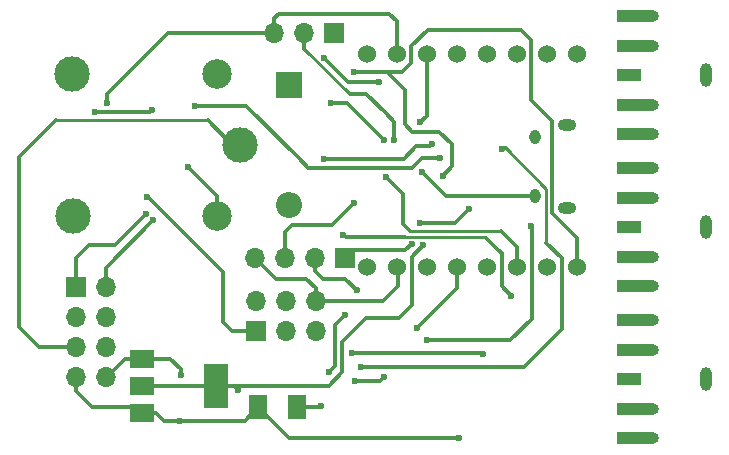
<source format=gbr>
G04 #@! TF.FileFunction,Copper,L2,Bot,Signal*
%FSLAX46Y46*%
G04 Gerber Fmt 4.6, Leading zero omitted, Abs format (unit mm)*
G04 Created by KiCad (PCBNEW 4.0.6) date 08/24/17 17:14:55*
%MOMM*%
%LPD*%
G01*
G04 APERTURE LIST*
%ADD10C,0.100000*%
%ADD11C,1.524000*%
%ADD12R,2.000000X3.800000*%
%ADD13R,2.000000X1.500000*%
%ADD14O,0.950000X1.250000*%
%ADD15O,1.550000X1.000000*%
%ADD16R,1.524000X2.032000*%
%ADD17R,1.700000X1.700000*%
%ADD18O,1.700000X1.700000*%
%ADD19R,2.200000X2.200000*%
%ADD20O,2.200000X2.200000*%
%ADD21C,2.500000*%
%ADD22C,3.000000*%
%ADD23R,2.000000X1.000000*%
%ADD24O,2.000000X1.000000*%
%ADD25O,1.000000X2.000000*%
%ADD26C,0.600000*%
%ADD27C,0.350000*%
%ADD28C,0.250000*%
G04 APERTURE END LIST*
D10*
D11*
X169960000Y-121080000D03*
X167420000Y-121080000D03*
X164880000Y-121080000D03*
X162340000Y-121080000D03*
X159800000Y-121080000D03*
X157260000Y-121080000D03*
X154720000Y-121080000D03*
X152180000Y-121080000D03*
X152180000Y-103080000D03*
X154720000Y-103080000D03*
X157260000Y-103080000D03*
X159800000Y-103080000D03*
X162340000Y-103080000D03*
X164880000Y-103080000D03*
X167420000Y-103080000D03*
X169960000Y-103080000D03*
D12*
X139430000Y-131150000D03*
D13*
X133130000Y-131150000D03*
X133130000Y-128850000D03*
X133130000Y-133450000D03*
D14*
X166410000Y-115090000D03*
X166410000Y-110090000D03*
D15*
X169110000Y-116090000D03*
X169110000Y-109090000D03*
D16*
X146311000Y-132990000D03*
X143009000Y-132990000D03*
D17*
X142770000Y-126550000D03*
D18*
X142770000Y-124010000D03*
X145310000Y-126550000D03*
X145310000Y-124010000D03*
X147850000Y-126550000D03*
X147850000Y-124010000D03*
D17*
X127550000Y-122780000D03*
D18*
X130090000Y-122780000D03*
X127550000Y-125320000D03*
X130090000Y-125320000D03*
X127550000Y-127860000D03*
X130090000Y-127860000D03*
X127550000Y-130400000D03*
X130090000Y-130400000D03*
D19*
X145620000Y-105650000D03*
D20*
X145620000Y-115810000D03*
D21*
X139470000Y-116800000D03*
D22*
X127270000Y-116800000D03*
X127220000Y-104750000D03*
D21*
X139470000Y-104800000D03*
D22*
X141420000Y-110750000D03*
D17*
X149440000Y-101320000D03*
D18*
X146900000Y-101320000D03*
X144360000Y-101320000D03*
D17*
X150350000Y-120340000D03*
D18*
X147810000Y-120340000D03*
X145270000Y-120340000D03*
X142730000Y-120340000D03*
D23*
X174400000Y-130600000D03*
X174400000Y-125600000D03*
X174400000Y-128100000D03*
X174400000Y-133100000D03*
D24*
X175900000Y-125600000D03*
X175900000Y-128100000D03*
X175900000Y-133100000D03*
X175900000Y-135600000D03*
D25*
X180900000Y-130600000D03*
D23*
X174400000Y-135600000D03*
X174400000Y-104870000D03*
X174400000Y-99870000D03*
X174400000Y-102370000D03*
X174400000Y-107370000D03*
D24*
X175900000Y-99870000D03*
X175900000Y-102370000D03*
X175900000Y-107370000D03*
X175900000Y-109870000D03*
D25*
X180900000Y-104870000D03*
D23*
X174400000Y-109870000D03*
X174390000Y-117740000D03*
X174390000Y-112740000D03*
X174390000Y-115240000D03*
X174390000Y-120240000D03*
D24*
X175890000Y-112740000D03*
X175890000Y-115240000D03*
X175890000Y-120240000D03*
X175890000Y-122740000D03*
D25*
X180890000Y-117740000D03*
D23*
X174390000Y-122740000D03*
D26*
X156980000Y-119240000D03*
X141240000Y-131490000D03*
X130210000Y-107250000D03*
X156840000Y-113040000D03*
X160000000Y-135570000D03*
X136360000Y-134120000D03*
X136410000Y-130280000D03*
X158590000Y-113360000D03*
X149010000Y-129950000D03*
X150320000Y-125140000D03*
X156720000Y-117400000D03*
X151070000Y-104600000D03*
X155980000Y-119150000D03*
X160840000Y-116210000D03*
X148330000Y-132890000D03*
X133600000Y-115150000D03*
X149140000Y-107230000D03*
X153640000Y-110350000D03*
X148540000Y-111930000D03*
X157700000Y-110700000D03*
X166070000Y-117650000D03*
X151150000Y-130760000D03*
X153620000Y-130440000D03*
X157250000Y-127290000D03*
X162020000Y-128480000D03*
X150910000Y-128420000D03*
X133490000Y-116590000D03*
X134100000Y-117140000D03*
X129130000Y-108000000D03*
X134030000Y-107800000D03*
X148560000Y-103390000D03*
X153240000Y-105480000D03*
X137040000Y-112640000D03*
X150160000Y-118350000D03*
X164420000Y-123520000D03*
X137630000Y-107490000D03*
X158350000Y-111870000D03*
X154500000Y-110310000D03*
X151690000Y-129530000D03*
X151310000Y-123070000D03*
X163620000Y-111110000D03*
X156700000Y-108860000D03*
X153820000Y-113480000D03*
X151100000Y-115660000D03*
X156390000Y-126280000D03*
D27*
X139430000Y-131150000D02*
X140900000Y-131150000D01*
X140900000Y-131150000D02*
X141240000Y-131490000D01*
X139430000Y-131150000D02*
X148950000Y-131150000D01*
X150120000Y-129980000D02*
X150120000Y-127420000D01*
X150120000Y-127420000D02*
X152150000Y-125390000D01*
X152150000Y-125390000D02*
X154920000Y-125390000D01*
X154920000Y-125390000D02*
X155990000Y-124320000D01*
X155990000Y-120230000D02*
X156980000Y-119240000D01*
X155990000Y-124320000D02*
X155990000Y-120230000D01*
X148950000Y-131150000D02*
X150120000Y-129980000D01*
X139430000Y-131150000D02*
X133130000Y-131150000D01*
X141240000Y-131490000D02*
X140900000Y-131150000D01*
X130210000Y-106450000D02*
X130210000Y-107250000D01*
X135340000Y-101320000D02*
X130210000Y-106450000D01*
X144360000Y-101320000D02*
X135340000Y-101320000D01*
X147850000Y-124010000D02*
X153540000Y-124010000D01*
X154820000Y-122730000D02*
X154820000Y-121180000D01*
X153540000Y-124010000D02*
X154820000Y-122730000D01*
X154820000Y-121180000D02*
X154720000Y-121080000D01*
X147850000Y-124010000D02*
X147850000Y-122880000D01*
X147850000Y-122880000D02*
X147050000Y-122080000D01*
X147050000Y-122080000D02*
X144470000Y-122080000D01*
X144470000Y-122080000D02*
X142730000Y-120340000D01*
X154720000Y-103080000D02*
X154720000Y-100310000D01*
X144360000Y-100060000D02*
X144360000Y-101320000D01*
X144740000Y-99680000D02*
X144360000Y-100060000D01*
X154090000Y-99680000D02*
X144740000Y-99680000D01*
X154720000Y-100310000D02*
X154090000Y-99680000D01*
X166370000Y-115070000D02*
X158870000Y-115070000D01*
X158870000Y-115070000D02*
X156840000Y-113040000D01*
X145619000Y-135600000D02*
X143009000Y-132990000D01*
X159970000Y-135600000D02*
X145619000Y-135600000D01*
X160000000Y-135570000D02*
X159970000Y-135600000D01*
X136360000Y-134120000D02*
X141879000Y-134120000D01*
X141879000Y-134120000D02*
X143009000Y-132990000D01*
X133130000Y-133450000D02*
X134320000Y-133450000D01*
X134990000Y-134120000D02*
X136360000Y-134120000D01*
X134320000Y-133450000D02*
X134990000Y-134120000D01*
X127550000Y-130400000D02*
X127550000Y-131640000D01*
X127550000Y-131640000D02*
X128900000Y-132990000D01*
X128900000Y-132990000D02*
X133180000Y-132990000D01*
X130090000Y-130400000D02*
X130180000Y-130400000D01*
X130180000Y-130400000D02*
X131730000Y-128850000D01*
X131730000Y-128850000D02*
X133130000Y-128850000D01*
X133130000Y-128850000D02*
X135500000Y-128850000D01*
X136410000Y-129760000D02*
X136410000Y-130280000D01*
X135500000Y-128850000D02*
X136410000Y-129760000D01*
X151070000Y-104600000D02*
X153860000Y-104600000D01*
X159380000Y-112570000D02*
X158590000Y-113360000D01*
X159380000Y-110720000D02*
X159380000Y-112570000D01*
X158320000Y-109660000D02*
X159380000Y-110720000D01*
X156040000Y-109660000D02*
X158320000Y-109660000D01*
X155390000Y-109010000D02*
X156040000Y-109660000D01*
X155390000Y-106130000D02*
X155390000Y-109010000D01*
X153860000Y-104600000D02*
X155390000Y-106130000D01*
X149470000Y-129490000D02*
X149010000Y-129950000D01*
X149470000Y-125990000D02*
X149470000Y-129490000D01*
X150320000Y-125140000D02*
X149470000Y-125990000D01*
X160840000Y-116210000D02*
X160840000Y-116230000D01*
X159670000Y-117400000D02*
X156720000Y-117400000D01*
X160840000Y-116230000D02*
X159670000Y-117400000D01*
X169960000Y-121080000D02*
X169960000Y-118620000D01*
X155180000Y-104600000D02*
X151070000Y-104600000D01*
X155960000Y-103820000D02*
X155180000Y-104600000D01*
X155960000Y-102370000D02*
X155960000Y-103820000D01*
X157320000Y-101010000D02*
X155960000Y-102370000D01*
X165250000Y-101010000D02*
X157320000Y-101010000D01*
X166120000Y-101880000D02*
X165250000Y-101010000D01*
X166120000Y-106920000D02*
X166120000Y-101880000D01*
X167900000Y-108700000D02*
X166120000Y-106920000D01*
X167900000Y-116560000D02*
X167900000Y-108700000D01*
X169960000Y-118620000D02*
X167900000Y-116560000D01*
X155980000Y-119150000D02*
X155420000Y-119700000D01*
X155420000Y-119700000D02*
X150990000Y-119700000D01*
X150990000Y-119700000D02*
X150350000Y-120340000D01*
X169960000Y-119360000D02*
X169960000Y-121080000D01*
X146311000Y-132990000D02*
X148230000Y-132990000D01*
X148230000Y-132990000D02*
X148330000Y-132890000D01*
X133600000Y-115150000D02*
X133640000Y-115150000D01*
X139980000Y-125780000D02*
X140750000Y-126550000D01*
X139980000Y-121490000D02*
X139980000Y-125780000D01*
X133640000Y-115150000D02*
X139980000Y-121490000D01*
X150520000Y-107230000D02*
X149140000Y-107230000D01*
X153640000Y-110350000D02*
X150520000Y-107230000D01*
X140750000Y-126550000D02*
X142770000Y-126550000D01*
X155330000Y-111930000D02*
X148540000Y-111930000D01*
X156370000Y-110890000D02*
X155330000Y-111930000D01*
X157510000Y-110890000D02*
X156370000Y-110890000D01*
X157700000Y-110700000D02*
X157510000Y-110890000D01*
X166140000Y-125060000D02*
X166140000Y-125470000D01*
X166070000Y-117650000D02*
X166140000Y-117720000D01*
X166140000Y-117720000D02*
X166140000Y-125060000D01*
X153300000Y-130760000D02*
X153020000Y-130760000D01*
X153020000Y-130760000D02*
X151150000Y-130760000D01*
X153620000Y-130440000D02*
X153300000Y-130760000D01*
X164320000Y-127290000D02*
X157250000Y-127290000D01*
X166140000Y-125470000D02*
X164320000Y-127290000D01*
X162020000Y-128480000D02*
X161960000Y-128420000D01*
X161960000Y-128420000D02*
X150910000Y-128420000D01*
X127550000Y-120330000D02*
X127550000Y-122780000D01*
X128660000Y-119220000D02*
X127550000Y-120330000D01*
X130860000Y-119220000D02*
X128660000Y-119220000D01*
X133490000Y-116590000D02*
X130860000Y-119220000D01*
X130090000Y-121150000D02*
X130090000Y-122780000D01*
X134100000Y-117140000D02*
X130090000Y-121150000D01*
X133830000Y-108000000D02*
X129130000Y-108000000D01*
X134030000Y-107800000D02*
X133830000Y-108000000D01*
X150570000Y-105400000D02*
X148560000Y-103390000D01*
X153160000Y-105400000D02*
X150570000Y-105400000D01*
X153240000Y-105480000D02*
X153160000Y-105400000D01*
X141420000Y-110750000D02*
X140800000Y-110750000D01*
X140800000Y-110750000D02*
X138720000Y-108670000D01*
D28*
X138720000Y-108670000D02*
X125860000Y-108670000D01*
D27*
X124430000Y-127860000D02*
X127550000Y-127860000D01*
X122770000Y-126200000D02*
X124430000Y-127860000D01*
X122770000Y-111760000D02*
X122770000Y-126200000D01*
X125860000Y-108670000D02*
X122770000Y-111760000D01*
X139470000Y-116800000D02*
X139470000Y-115070000D01*
X139470000Y-115070000D02*
X137040000Y-112640000D01*
X163320000Y-119630000D02*
X163320000Y-119640000D01*
D28*
X162190002Y-118520002D02*
X163320000Y-119630000D01*
X155439998Y-118520002D02*
X162190002Y-118520002D01*
D27*
X155390000Y-118570000D02*
X155439998Y-118520002D01*
X150380000Y-118570000D02*
X155390000Y-118570000D01*
X150160000Y-118350000D02*
X150380000Y-118570000D01*
X163610000Y-122710000D02*
X164420000Y-123520000D01*
X163610000Y-119930000D02*
X163610000Y-122710000D01*
X163320000Y-119640000D02*
X163610000Y-119930000D01*
X152690000Y-112720000D02*
X156040000Y-112720000D01*
X150780000Y-112720000D02*
X147220000Y-112720000D01*
X147220000Y-112720000D02*
X146400000Y-111900000D01*
X146400000Y-111900000D02*
X141990000Y-107490000D01*
X141990000Y-107490000D02*
X137630000Y-107490000D01*
X150780000Y-112720000D02*
X152690000Y-112720000D01*
X156890000Y-111870000D02*
X158350000Y-111870000D01*
X156040000Y-112720000D02*
X156890000Y-111870000D01*
X153780000Y-108080000D02*
X154510000Y-108810000D01*
X146900000Y-102620000D02*
X146900000Y-101320000D01*
X152140000Y-106440000D02*
X153780000Y-108080000D01*
X150720000Y-106440000D02*
X152140000Y-106440000D01*
D28*
X146900000Y-102620000D02*
X150720000Y-106440000D01*
D27*
X154510000Y-110300000D02*
X154500000Y-110310000D01*
X154510000Y-108810000D02*
X154510000Y-110300000D01*
X151690000Y-129530000D02*
X165500000Y-129530000D01*
X165500000Y-129530000D02*
X165960000Y-129070000D01*
X147810000Y-120340000D02*
X147810000Y-121470000D01*
X148440000Y-122100000D02*
X147810000Y-121470000D01*
X150340000Y-122100000D02*
X148440000Y-122100000D01*
X151310000Y-123070000D02*
X150340000Y-122100000D01*
X168700000Y-126330000D02*
X165960000Y-129070000D01*
X165960000Y-129070000D02*
X165580000Y-129450000D01*
X168700000Y-120350000D02*
X168700000Y-126330000D01*
X167380000Y-119030000D02*
X168700000Y-120350000D01*
D28*
X167380000Y-114500000D02*
X167380000Y-119030000D01*
X163940000Y-111060000D02*
X167380000Y-114500000D01*
D27*
X163570000Y-111060000D02*
X163940000Y-111060000D01*
X163620000Y-111110000D02*
X163570000Y-111060000D01*
X157260000Y-108300000D02*
X157260000Y-103080000D01*
X156700000Y-108860000D02*
X157260000Y-108300000D01*
X155260000Y-114920000D02*
X155270000Y-114920000D01*
X153820000Y-113480000D02*
X155260000Y-114920000D01*
X164880000Y-119370000D02*
X164880000Y-121080000D01*
X163580000Y-118070000D02*
X164880000Y-119370000D01*
D28*
X155840000Y-118070000D02*
X163580000Y-118070000D01*
X155270000Y-117500000D02*
X155840000Y-118070000D01*
D27*
X155270000Y-114920000D02*
X155270000Y-117500000D01*
X145270000Y-120340000D02*
X145270000Y-118130000D01*
X149230000Y-117530000D02*
X151100000Y-115660000D01*
X145870000Y-117530000D02*
X149230000Y-117530000D01*
X145270000Y-118130000D02*
X145870000Y-117530000D01*
X159800000Y-121080000D02*
X159800000Y-122870000D01*
X159800000Y-122870000D02*
X156390000Y-126280000D01*
M02*

</source>
